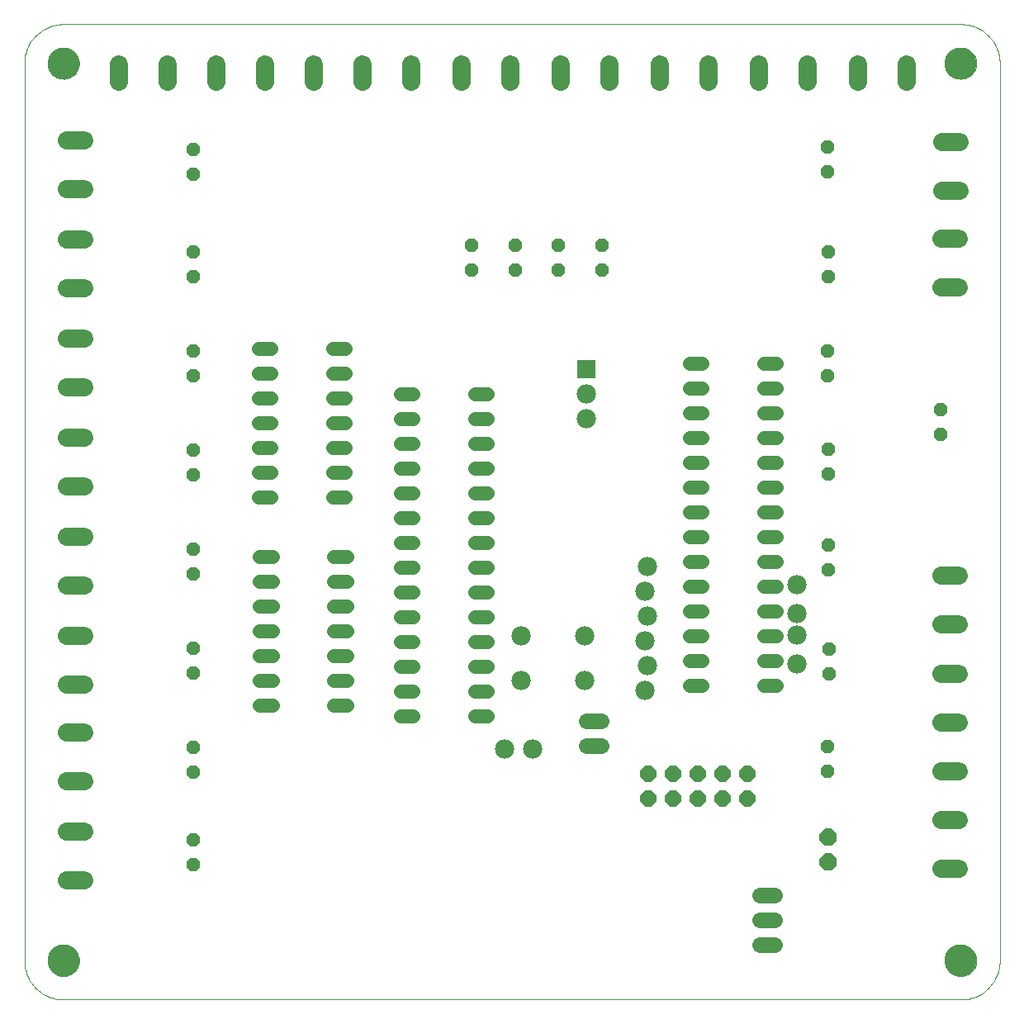
<source format=gbs>
G75*
G70*
%OFA0B0*%
%FSLAX24Y24*%
%IPPOS*%
%LPD*%
%AMOC8*
5,1,8,0,0,1.08239X$1,22.5*
%
%ADD10C,0.0560*%
%ADD11C,0.0780*%
%ADD12R,0.0780X0.0780*%
%ADD13C,0.0000*%
%ADD14C,0.1300*%
%ADD15C,0.0634*%
%ADD16C,0.0745*%
%ADD17OC8,0.0560*%
%ADD18C,0.0640*%
%ADD19OC8,0.0700*%
%ADD20OC8,0.0640*%
D10*
X014261Y014476D02*
X014781Y014476D01*
X014781Y015476D02*
X014261Y015476D01*
X014261Y016476D02*
X014781Y016476D01*
X014781Y017476D02*
X014261Y017476D01*
X014261Y018476D02*
X014781Y018476D01*
X014781Y019476D02*
X014261Y019476D01*
X014261Y020476D02*
X014781Y020476D01*
X014732Y022888D02*
X014212Y022888D01*
X014212Y023888D02*
X014732Y023888D01*
X014732Y024888D02*
X014212Y024888D01*
X014212Y025888D02*
X014732Y025888D01*
X014732Y026888D02*
X014212Y026888D01*
X014212Y027888D02*
X014732Y027888D01*
X014732Y028888D02*
X014212Y028888D01*
X017212Y028888D02*
X017732Y028888D01*
X017732Y027888D02*
X017212Y027888D01*
X017212Y026888D02*
X017732Y026888D01*
X017732Y025888D02*
X017212Y025888D01*
X017212Y024888D02*
X017732Y024888D01*
X017732Y023888D02*
X017212Y023888D01*
X017212Y022888D02*
X017732Y022888D01*
X019942Y023026D02*
X020462Y023026D01*
X020462Y024026D02*
X019942Y024026D01*
X019942Y025026D02*
X020462Y025026D01*
X020462Y026026D02*
X019942Y026026D01*
X019942Y027026D02*
X020462Y027026D01*
X022942Y027026D02*
X023462Y027026D01*
X023462Y026026D02*
X022942Y026026D01*
X022942Y025026D02*
X023462Y025026D01*
X023462Y024026D02*
X022942Y024026D01*
X022942Y023026D02*
X023462Y023026D01*
X023462Y022026D02*
X022942Y022026D01*
X022942Y021026D02*
X023462Y021026D01*
X023462Y020026D02*
X022942Y020026D01*
X022942Y019026D02*
X023462Y019026D01*
X023462Y018026D02*
X022942Y018026D01*
X022942Y017026D02*
X023462Y017026D01*
X023462Y016026D02*
X022942Y016026D01*
X022942Y015026D02*
X023462Y015026D01*
X023462Y014026D02*
X022942Y014026D01*
X020462Y014026D02*
X019942Y014026D01*
X019942Y015026D02*
X020462Y015026D01*
X020462Y016026D02*
X019942Y016026D01*
X019942Y017026D02*
X020462Y017026D01*
X020462Y018026D02*
X019942Y018026D01*
X019942Y019026D02*
X020462Y019026D01*
X020462Y020026D02*
X019942Y020026D01*
X019942Y021026D02*
X020462Y021026D01*
X020462Y022026D02*
X019942Y022026D01*
X017781Y020476D02*
X017261Y020476D01*
X017261Y019476D02*
X017781Y019476D01*
X017781Y018476D02*
X017261Y018476D01*
X017261Y017476D02*
X017781Y017476D01*
X017781Y016476D02*
X017261Y016476D01*
X017261Y015476D02*
X017781Y015476D01*
X017781Y014476D02*
X017261Y014476D01*
X031606Y015262D02*
X032126Y015262D01*
X032126Y016262D02*
X031606Y016262D01*
X031606Y017262D02*
X032126Y017262D01*
X032126Y018262D02*
X031606Y018262D01*
X031606Y019262D02*
X032126Y019262D01*
X032126Y020262D02*
X031606Y020262D01*
X031606Y021262D02*
X032126Y021262D01*
X032126Y022262D02*
X031606Y022262D01*
X031606Y023262D02*
X032126Y023262D01*
X032126Y024262D02*
X031606Y024262D01*
X031606Y025262D02*
X032126Y025262D01*
X032126Y026262D02*
X031606Y026262D01*
X031606Y027262D02*
X032126Y027262D01*
X032126Y028262D02*
X031606Y028262D01*
X034606Y028262D02*
X035126Y028262D01*
X035126Y027262D02*
X034606Y027262D01*
X034606Y026262D02*
X035126Y026262D01*
X035126Y025262D02*
X034606Y025262D01*
X034606Y024262D02*
X035126Y024262D01*
X035126Y023262D02*
X034606Y023262D01*
X034606Y022262D02*
X035126Y022262D01*
X035126Y021262D02*
X034606Y021262D01*
X034606Y020262D02*
X035126Y020262D01*
X035126Y019262D02*
X034606Y019262D01*
X034606Y018262D02*
X035126Y018262D01*
X035126Y017262D02*
X034606Y017262D01*
X034606Y016262D02*
X035126Y016262D01*
X035126Y015262D02*
X034606Y015262D01*
D11*
X035957Y016151D03*
X035957Y017291D03*
X035946Y018184D03*
X035946Y019324D03*
X029925Y020079D03*
X029825Y019079D03*
X029925Y018079D03*
X029825Y017079D03*
X029925Y016079D03*
X029825Y015079D03*
X027391Y015477D03*
X027391Y017257D03*
X024831Y017257D03*
X024831Y015477D03*
X025286Y012703D03*
X024146Y012703D03*
X027452Y026026D03*
X027452Y027026D03*
D12*
X027452Y028026D03*
D13*
X004767Y040386D02*
X004767Y004166D01*
X005712Y004166D02*
X005714Y004216D01*
X005720Y004266D01*
X005730Y004315D01*
X005744Y004363D01*
X005761Y004410D01*
X005782Y004455D01*
X005807Y004499D01*
X005835Y004540D01*
X005867Y004579D01*
X005901Y004616D01*
X005938Y004650D01*
X005978Y004680D01*
X006020Y004707D01*
X006064Y004731D01*
X006110Y004752D01*
X006157Y004768D01*
X006205Y004781D01*
X006255Y004790D01*
X006304Y004795D01*
X006355Y004796D01*
X006405Y004793D01*
X006454Y004786D01*
X006503Y004775D01*
X006551Y004760D01*
X006597Y004742D01*
X006642Y004720D01*
X006685Y004694D01*
X006726Y004665D01*
X006765Y004633D01*
X006801Y004598D01*
X006833Y004560D01*
X006863Y004520D01*
X006890Y004477D01*
X006913Y004433D01*
X006932Y004387D01*
X006948Y004339D01*
X006960Y004290D01*
X006968Y004241D01*
X006972Y004191D01*
X006972Y004141D01*
X006968Y004091D01*
X006960Y004042D01*
X006948Y003993D01*
X006932Y003945D01*
X006913Y003899D01*
X006890Y003855D01*
X006863Y003812D01*
X006833Y003772D01*
X006801Y003734D01*
X006765Y003699D01*
X006726Y003667D01*
X006685Y003638D01*
X006642Y003612D01*
X006597Y003590D01*
X006551Y003572D01*
X006503Y003557D01*
X006454Y003546D01*
X006405Y003539D01*
X006355Y003536D01*
X006304Y003537D01*
X006255Y003542D01*
X006205Y003551D01*
X006157Y003564D01*
X006110Y003580D01*
X006064Y003601D01*
X006020Y003625D01*
X005978Y003652D01*
X005938Y003682D01*
X005901Y003716D01*
X005867Y003753D01*
X005835Y003792D01*
X005807Y003833D01*
X005782Y003877D01*
X005761Y003922D01*
X005744Y003969D01*
X005730Y004017D01*
X005720Y004066D01*
X005714Y004116D01*
X005712Y004166D01*
X004767Y004166D02*
X004769Y004089D01*
X004775Y004012D01*
X004784Y003935D01*
X004797Y003859D01*
X004814Y003783D01*
X004835Y003709D01*
X004859Y003635D01*
X004887Y003563D01*
X004918Y003493D01*
X004953Y003424D01*
X004991Y003356D01*
X005032Y003291D01*
X005077Y003228D01*
X005125Y003167D01*
X005175Y003108D01*
X005228Y003052D01*
X005284Y002999D01*
X005343Y002949D01*
X005404Y002901D01*
X005467Y002856D01*
X005532Y002815D01*
X005600Y002777D01*
X005669Y002742D01*
X005739Y002711D01*
X005811Y002683D01*
X005885Y002659D01*
X005959Y002638D01*
X006035Y002621D01*
X006111Y002608D01*
X006188Y002599D01*
X006265Y002593D01*
X006342Y002591D01*
X042563Y002591D01*
X041933Y004166D02*
X041935Y004216D01*
X041941Y004266D01*
X041951Y004315D01*
X041965Y004363D01*
X041982Y004410D01*
X042003Y004455D01*
X042028Y004499D01*
X042056Y004540D01*
X042088Y004579D01*
X042122Y004616D01*
X042159Y004650D01*
X042199Y004680D01*
X042241Y004707D01*
X042285Y004731D01*
X042331Y004752D01*
X042378Y004768D01*
X042426Y004781D01*
X042476Y004790D01*
X042525Y004795D01*
X042576Y004796D01*
X042626Y004793D01*
X042675Y004786D01*
X042724Y004775D01*
X042772Y004760D01*
X042818Y004742D01*
X042863Y004720D01*
X042906Y004694D01*
X042947Y004665D01*
X042986Y004633D01*
X043022Y004598D01*
X043054Y004560D01*
X043084Y004520D01*
X043111Y004477D01*
X043134Y004433D01*
X043153Y004387D01*
X043169Y004339D01*
X043181Y004290D01*
X043189Y004241D01*
X043193Y004191D01*
X043193Y004141D01*
X043189Y004091D01*
X043181Y004042D01*
X043169Y003993D01*
X043153Y003945D01*
X043134Y003899D01*
X043111Y003855D01*
X043084Y003812D01*
X043054Y003772D01*
X043022Y003734D01*
X042986Y003699D01*
X042947Y003667D01*
X042906Y003638D01*
X042863Y003612D01*
X042818Y003590D01*
X042772Y003572D01*
X042724Y003557D01*
X042675Y003546D01*
X042626Y003539D01*
X042576Y003536D01*
X042525Y003537D01*
X042476Y003542D01*
X042426Y003551D01*
X042378Y003564D01*
X042331Y003580D01*
X042285Y003601D01*
X042241Y003625D01*
X042199Y003652D01*
X042159Y003682D01*
X042122Y003716D01*
X042088Y003753D01*
X042056Y003792D01*
X042028Y003833D01*
X042003Y003877D01*
X041982Y003922D01*
X041965Y003969D01*
X041951Y004017D01*
X041941Y004066D01*
X041935Y004116D01*
X041933Y004166D01*
X042563Y002591D02*
X042640Y002593D01*
X042717Y002599D01*
X042794Y002608D01*
X042870Y002621D01*
X042946Y002638D01*
X043020Y002659D01*
X043094Y002683D01*
X043166Y002711D01*
X043236Y002742D01*
X043305Y002777D01*
X043373Y002815D01*
X043438Y002856D01*
X043501Y002901D01*
X043562Y002949D01*
X043621Y002999D01*
X043677Y003052D01*
X043730Y003108D01*
X043780Y003167D01*
X043828Y003228D01*
X043873Y003291D01*
X043914Y003356D01*
X043952Y003424D01*
X043987Y003493D01*
X044018Y003563D01*
X044046Y003635D01*
X044070Y003709D01*
X044091Y003783D01*
X044108Y003859D01*
X044121Y003935D01*
X044130Y004012D01*
X044136Y004089D01*
X044138Y004166D01*
X044137Y004166D02*
X044137Y040386D01*
X041933Y040386D02*
X041935Y040436D01*
X041941Y040486D01*
X041951Y040535D01*
X041965Y040583D01*
X041982Y040630D01*
X042003Y040675D01*
X042028Y040719D01*
X042056Y040760D01*
X042088Y040799D01*
X042122Y040836D01*
X042159Y040870D01*
X042199Y040900D01*
X042241Y040927D01*
X042285Y040951D01*
X042331Y040972D01*
X042378Y040988D01*
X042426Y041001D01*
X042476Y041010D01*
X042525Y041015D01*
X042576Y041016D01*
X042626Y041013D01*
X042675Y041006D01*
X042724Y040995D01*
X042772Y040980D01*
X042818Y040962D01*
X042863Y040940D01*
X042906Y040914D01*
X042947Y040885D01*
X042986Y040853D01*
X043022Y040818D01*
X043054Y040780D01*
X043084Y040740D01*
X043111Y040697D01*
X043134Y040653D01*
X043153Y040607D01*
X043169Y040559D01*
X043181Y040510D01*
X043189Y040461D01*
X043193Y040411D01*
X043193Y040361D01*
X043189Y040311D01*
X043181Y040262D01*
X043169Y040213D01*
X043153Y040165D01*
X043134Y040119D01*
X043111Y040075D01*
X043084Y040032D01*
X043054Y039992D01*
X043022Y039954D01*
X042986Y039919D01*
X042947Y039887D01*
X042906Y039858D01*
X042863Y039832D01*
X042818Y039810D01*
X042772Y039792D01*
X042724Y039777D01*
X042675Y039766D01*
X042626Y039759D01*
X042576Y039756D01*
X042525Y039757D01*
X042476Y039762D01*
X042426Y039771D01*
X042378Y039784D01*
X042331Y039800D01*
X042285Y039821D01*
X042241Y039845D01*
X042199Y039872D01*
X042159Y039902D01*
X042122Y039936D01*
X042088Y039973D01*
X042056Y040012D01*
X042028Y040053D01*
X042003Y040097D01*
X041982Y040142D01*
X041965Y040189D01*
X041951Y040237D01*
X041941Y040286D01*
X041935Y040336D01*
X041933Y040386D01*
X042563Y041961D02*
X042640Y041959D01*
X042717Y041953D01*
X042794Y041944D01*
X042870Y041931D01*
X042946Y041914D01*
X043020Y041893D01*
X043094Y041869D01*
X043166Y041841D01*
X043236Y041810D01*
X043305Y041775D01*
X043373Y041737D01*
X043438Y041696D01*
X043501Y041651D01*
X043562Y041603D01*
X043621Y041553D01*
X043677Y041500D01*
X043730Y041444D01*
X043780Y041385D01*
X043828Y041324D01*
X043873Y041261D01*
X043914Y041196D01*
X043952Y041128D01*
X043987Y041059D01*
X044018Y040989D01*
X044046Y040917D01*
X044070Y040843D01*
X044091Y040769D01*
X044108Y040693D01*
X044121Y040617D01*
X044130Y040540D01*
X044136Y040463D01*
X044138Y040386D01*
X042563Y041961D02*
X006342Y041961D01*
X005712Y040386D02*
X005714Y040436D01*
X005720Y040486D01*
X005730Y040535D01*
X005744Y040583D01*
X005761Y040630D01*
X005782Y040675D01*
X005807Y040719D01*
X005835Y040760D01*
X005867Y040799D01*
X005901Y040836D01*
X005938Y040870D01*
X005978Y040900D01*
X006020Y040927D01*
X006064Y040951D01*
X006110Y040972D01*
X006157Y040988D01*
X006205Y041001D01*
X006255Y041010D01*
X006304Y041015D01*
X006355Y041016D01*
X006405Y041013D01*
X006454Y041006D01*
X006503Y040995D01*
X006551Y040980D01*
X006597Y040962D01*
X006642Y040940D01*
X006685Y040914D01*
X006726Y040885D01*
X006765Y040853D01*
X006801Y040818D01*
X006833Y040780D01*
X006863Y040740D01*
X006890Y040697D01*
X006913Y040653D01*
X006932Y040607D01*
X006948Y040559D01*
X006960Y040510D01*
X006968Y040461D01*
X006972Y040411D01*
X006972Y040361D01*
X006968Y040311D01*
X006960Y040262D01*
X006948Y040213D01*
X006932Y040165D01*
X006913Y040119D01*
X006890Y040075D01*
X006863Y040032D01*
X006833Y039992D01*
X006801Y039954D01*
X006765Y039919D01*
X006726Y039887D01*
X006685Y039858D01*
X006642Y039832D01*
X006597Y039810D01*
X006551Y039792D01*
X006503Y039777D01*
X006454Y039766D01*
X006405Y039759D01*
X006355Y039756D01*
X006304Y039757D01*
X006255Y039762D01*
X006205Y039771D01*
X006157Y039784D01*
X006110Y039800D01*
X006064Y039821D01*
X006020Y039845D01*
X005978Y039872D01*
X005938Y039902D01*
X005901Y039936D01*
X005867Y039973D01*
X005835Y040012D01*
X005807Y040053D01*
X005782Y040097D01*
X005761Y040142D01*
X005744Y040189D01*
X005730Y040237D01*
X005720Y040286D01*
X005714Y040336D01*
X005712Y040386D01*
X004767Y040386D02*
X004769Y040463D01*
X004775Y040540D01*
X004784Y040617D01*
X004797Y040693D01*
X004814Y040769D01*
X004835Y040843D01*
X004859Y040917D01*
X004887Y040989D01*
X004918Y041059D01*
X004953Y041128D01*
X004991Y041196D01*
X005032Y041261D01*
X005077Y041324D01*
X005125Y041385D01*
X005175Y041444D01*
X005228Y041500D01*
X005284Y041553D01*
X005343Y041603D01*
X005404Y041651D01*
X005467Y041696D01*
X005532Y041737D01*
X005600Y041775D01*
X005669Y041810D01*
X005739Y041841D01*
X005811Y041869D01*
X005885Y041893D01*
X005959Y041914D01*
X006035Y041931D01*
X006111Y041944D01*
X006188Y041953D01*
X006265Y041959D01*
X006342Y041961D01*
D14*
X006342Y040386D03*
X042563Y040386D03*
X042563Y004166D03*
X006342Y004166D03*
D15*
X027449Y012837D02*
X028042Y012837D01*
X028042Y013837D02*
X027449Y013837D01*
D16*
X041790Y013770D02*
X042495Y013770D01*
X042495Y011802D02*
X041790Y011802D01*
X041781Y009830D02*
X042486Y009830D01*
X042486Y007861D02*
X041781Y007861D01*
X041790Y015739D02*
X042495Y015739D01*
X042481Y017724D02*
X041776Y017724D01*
X041776Y019692D02*
X042481Y019692D01*
X042489Y031327D02*
X041784Y031327D01*
X041784Y033295D02*
X042489Y033295D01*
X042515Y035249D02*
X041810Y035249D01*
X041810Y037218D02*
X042515Y037218D01*
X040394Y039642D02*
X040394Y040347D01*
X038425Y040347D02*
X038425Y039642D01*
X036394Y039642D02*
X036394Y040347D01*
X034425Y040347D02*
X034425Y039642D01*
X032394Y039642D02*
X032394Y040347D01*
X030425Y040347D02*
X030425Y039642D01*
X028394Y039642D02*
X028394Y040347D01*
X026425Y040347D02*
X026425Y039642D01*
X024394Y039642D02*
X024394Y040347D01*
X022425Y040347D02*
X022425Y039642D01*
X020394Y039642D02*
X020394Y040347D01*
X018425Y040347D02*
X018425Y039642D01*
X016452Y039635D02*
X016452Y040340D01*
X014484Y040340D02*
X014484Y039635D01*
X012515Y039635D02*
X012515Y040340D01*
X010559Y040347D02*
X010559Y039642D01*
X008591Y039642D02*
X008591Y040347D01*
X007180Y037260D02*
X006475Y037260D01*
X006475Y035292D02*
X007180Y035292D01*
X007180Y033260D02*
X006475Y033260D01*
X006475Y031292D02*
X007180Y031292D01*
X007180Y029260D02*
X006475Y029260D01*
X006475Y027292D02*
X007180Y027292D01*
X007180Y025260D02*
X006475Y025260D01*
X006475Y023292D02*
X007180Y023292D01*
X007180Y021260D02*
X006475Y021260D01*
X006475Y019292D02*
X007180Y019292D01*
X007180Y017260D02*
X006475Y017260D01*
X006475Y015292D02*
X007180Y015292D01*
X007180Y013385D02*
X006475Y013385D01*
X006475Y011417D02*
X007180Y011417D01*
X007180Y009385D02*
X006475Y009385D01*
X006475Y007417D02*
X007180Y007417D01*
D17*
X011577Y008026D03*
X011577Y009026D03*
X011577Y011776D03*
X011577Y012776D03*
X011577Y015776D03*
X011577Y016776D03*
X011577Y019776D03*
X011577Y020776D03*
X011577Y023776D03*
X011577Y024776D03*
X011577Y027776D03*
X011577Y028776D03*
X011577Y031776D03*
X011577Y032776D03*
X011577Y035901D03*
X011577Y036901D03*
X022827Y033026D03*
X022827Y032026D03*
X024577Y032026D03*
X024577Y033026D03*
X026327Y033026D03*
X026327Y032026D03*
X028077Y032026D03*
X028077Y033026D03*
X037218Y032776D03*
X037218Y031776D03*
X037177Y028764D03*
X037177Y027764D03*
X037219Y024801D03*
X037219Y023801D03*
X037201Y020932D03*
X037201Y019932D03*
X037240Y016748D03*
X037240Y015748D03*
X037189Y012799D03*
X037189Y011799D03*
X041756Y025419D03*
X041756Y026419D03*
X037180Y036022D03*
X037180Y037022D03*
D18*
X035040Y006808D02*
X034440Y006808D01*
X034440Y005808D02*
X035040Y005808D01*
X035040Y004808D02*
X034440Y004808D01*
D19*
X037202Y008151D03*
X037202Y009151D03*
D20*
X033959Y010718D03*
X032959Y010718D03*
X031959Y010718D03*
X030959Y010718D03*
X029959Y010718D03*
X029959Y011718D03*
X030959Y011718D03*
X031959Y011718D03*
X032959Y011718D03*
X033959Y011718D03*
M02*

</source>
